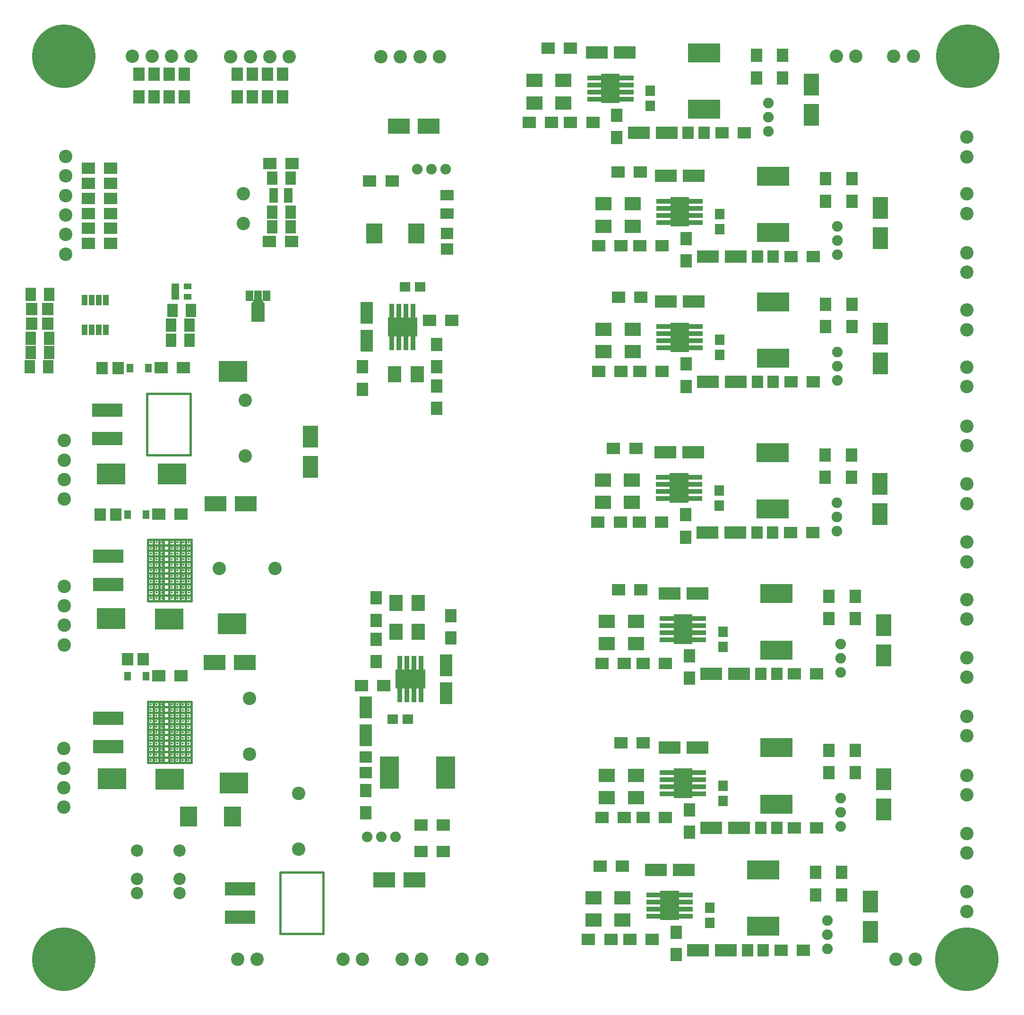
<source format=gbr>
G04 #@! TF.FileFunction,Soldermask,Top*
%FSLAX46Y46*%
G04 Gerber Fmt 4.6, Leading zero omitted, Abs format (unit mm)*
G04 Created by KiCad (PCBNEW 4.0.4-stable) date Friday, December 09, 2016 'PMt' 01:21:17 PM*
%MOMM*%
%LPD*%
G01*
G04 APERTURE LIST*
%ADD10C,0.100000*%
%ADD11C,0.450000*%
%ADD12C,0.215000*%
%ADD13C,2.400000*%
%ADD14R,1.000000X1.950000*%
%ADD15R,1.460000X1.050000*%
%ADD16R,5.100000X3.830000*%
%ADD17R,3.900120X2.701240*%
%ADD18R,1.997660X2.200860*%
%ADD19R,2.400000X2.100000*%
%ADD20R,2.701240X3.900120*%
%ADD21R,2.400000X2.000000*%
%ADD22R,2.200860X1.997660*%
%ADD23R,1.900000X1.700000*%
%ADD24R,2.200860X3.900120*%
%ADD25R,2.100000X2.400000*%
%ADD26R,2.400000X2.900000*%
%ADD27C,1.900000*%
%ADD28R,3.500000X5.800000*%
%ADD29R,2.900000X2.400000*%
%ADD30R,3.900120X2.200860*%
%ADD31R,1.700000X1.900000*%
%ADD32R,5.800000X3.500000*%
%ADD33R,2.000000X2.400000*%
%ADD34R,1.924000X2.432000*%
%ADD35R,1.400760X1.901140*%
%ADD36R,2.398980X3.399740*%
%ADD37R,1.620000X0.800000*%
%ADD38C,2.200000*%
%ADD39R,2.900000X3.600000*%
%ADD40C,11.400000*%
%ADD41C,1.100000*%
%ADD42R,5.400000X2.432000*%
%ADD43R,1.310000X1.620000*%
%ADD44R,2.432000X1.924000*%
%ADD45R,2.550000X0.850000*%
%ADD46R,1.875000X2.030000*%
%ADD47R,0.850000X2.550000*%
%ADD48R,2.030000X1.875000*%
%ADD49R,3.100000X3.600000*%
G04 APERTURE END LIST*
D10*
D11*
X30840000Y-123660000D02*
X30840000Y-134660000D01*
X30840000Y-134660000D02*
X23060000Y-134660000D01*
X23060000Y-134660000D02*
X23060000Y-123660000D01*
X23060000Y-123660000D02*
X30840000Y-123660000D01*
D12*
X27440000Y-133160000D02*
G75*
G03X27440000Y-133160000I-100000J0D01*
G01*
X27440000Y-132160000D02*
G75*
G03X27440000Y-132160000I-100000J0D01*
G01*
X27440000Y-134160000D02*
G75*
G03X27440000Y-134160000I-100000J0D01*
G01*
X27440000Y-127160000D02*
G75*
G03X27440000Y-127160000I-100000J0D01*
G01*
X27440000Y-126160000D02*
G75*
G03X27440000Y-126160000I-100000J0D01*
G01*
X27440000Y-124160000D02*
G75*
G03X27440000Y-124160000I-100000J0D01*
G01*
X27440000Y-125160000D02*
G75*
G03X27440000Y-125160000I-100000J0D01*
G01*
X27440000Y-129160000D02*
G75*
G03X27440000Y-129160000I-100000J0D01*
G01*
X27440000Y-128160000D02*
G75*
G03X27440000Y-128160000I-100000J0D01*
G01*
X27440000Y-130160000D02*
G75*
G03X27440000Y-130160000I-100000J0D01*
G01*
X30440000Y-131160000D02*
G75*
G03X30440000Y-131160000I-100000J0D01*
G01*
X30440000Y-130160000D02*
G75*
G03X30440000Y-130160000I-100000J0D01*
G01*
X30440000Y-132160000D02*
G75*
G03X30440000Y-132160000I-100000J0D01*
G01*
X30440000Y-133160000D02*
G75*
G03X30440000Y-133160000I-100000J0D01*
G01*
X29440000Y-130160000D02*
G75*
G03X29440000Y-130160000I-100000J0D01*
G01*
X29440000Y-129160000D02*
G75*
G03X29440000Y-129160000I-100000J0D01*
G01*
X29440000Y-127160000D02*
G75*
G03X29440000Y-127160000I-100000J0D01*
G01*
X29440000Y-128160000D02*
G75*
G03X29440000Y-128160000I-100000J0D01*
G01*
X28440000Y-133160000D02*
G75*
G03X28440000Y-133160000I-100000J0D01*
G01*
X28440000Y-132160000D02*
G75*
G03X28440000Y-132160000I-100000J0D01*
G01*
X28440000Y-134160000D02*
G75*
G03X28440000Y-134160000I-100000J0D01*
G01*
X27440000Y-131160000D02*
G75*
G03X27440000Y-131160000I-100000J0D01*
G01*
X28440000Y-127160000D02*
G75*
G03X28440000Y-127160000I-100000J0D01*
G01*
X28440000Y-126160000D02*
G75*
G03X28440000Y-126160000I-100000J0D01*
G01*
X28440000Y-124160000D02*
G75*
G03X28440000Y-124160000I-100000J0D01*
G01*
X28440000Y-125160000D02*
G75*
G03X28440000Y-125160000I-100000J0D01*
G01*
X29440000Y-132160000D02*
G75*
G03X29440000Y-132160000I-100000J0D01*
G01*
X29440000Y-131160000D02*
G75*
G03X29440000Y-131160000I-100000J0D01*
G01*
X29440000Y-133160000D02*
G75*
G03X29440000Y-133160000I-100000J0D01*
G01*
X29440000Y-134160000D02*
G75*
G03X29440000Y-134160000I-100000J0D01*
G01*
X28440000Y-131160000D02*
G75*
G03X28440000Y-131160000I-100000J0D01*
G01*
X28440000Y-130160000D02*
G75*
G03X28440000Y-130160000I-100000J0D01*
G01*
X28440000Y-128160000D02*
G75*
G03X28440000Y-128160000I-100000J0D01*
G01*
X28440000Y-129160000D02*
G75*
G03X28440000Y-129160000I-100000J0D01*
G01*
X29440000Y-124160000D02*
G75*
G03X29440000Y-124160000I-100000J0D01*
G01*
X30440000Y-134160000D02*
G75*
G03X30440000Y-134160000I-100000J0D01*
G01*
X29440000Y-125160000D02*
G75*
G03X29440000Y-125160000I-100000J0D01*
G01*
X29440000Y-126160000D02*
G75*
G03X29440000Y-126160000I-100000J0D01*
G01*
X30440000Y-129160000D02*
G75*
G03X30440000Y-129160000I-100000J0D01*
G01*
X30440000Y-128160000D02*
G75*
G03X30440000Y-128160000I-100000J0D01*
G01*
X30440000Y-126160000D02*
G75*
G03X30440000Y-126160000I-100000J0D01*
G01*
X30440000Y-127160000D02*
G75*
G03X30440000Y-127160000I-100000J0D01*
G01*
X30440000Y-125160000D02*
G75*
G03X30440000Y-125160000I-100000J0D01*
G01*
X30440000Y-124160000D02*
G75*
G03X30440000Y-124160000I-100000J0D01*
G01*
D11*
X27840000Y-123910000D02*
X27840000Y-134410000D01*
X28840000Y-123910000D02*
X28840000Y-134410000D01*
X29840000Y-123910000D02*
X29840000Y-134410000D01*
X30640000Y-133660000D02*
X23060000Y-133660000D01*
X30640000Y-132660000D02*
X23060000Y-132660000D01*
X30640000Y-131660000D02*
X23060000Y-131660000D01*
X30640000Y-130660000D02*
X23060000Y-130660000D01*
X30640000Y-129660000D02*
X23060000Y-129660000D01*
X30640000Y-128660000D02*
X23060000Y-128660000D01*
X30640000Y-127660000D02*
X23060000Y-127660000D01*
X30640000Y-126660000D02*
X23060000Y-126660000D01*
X30640000Y-125660000D02*
X23060000Y-125660000D01*
X30640000Y-124660000D02*
X23060000Y-124660000D01*
D12*
X24670000Y-125160000D02*
G75*
G03X24670000Y-125160000I-100000J0D01*
G01*
X24670000Y-124160000D02*
G75*
G03X24670000Y-124160000I-100000J0D01*
G01*
X23670000Y-124160000D02*
G75*
G03X23670000Y-124160000I-100000J0D01*
G01*
X23670000Y-125160000D02*
G75*
G03X23670000Y-125160000I-100000J0D01*
G01*
X24670000Y-126160000D02*
G75*
G03X24670000Y-126160000I-100000J0D01*
G01*
X23670000Y-127160000D02*
G75*
G03X23670000Y-127160000I-100000J0D01*
G01*
X23670000Y-126160000D02*
G75*
G03X23670000Y-126160000I-100000J0D01*
G01*
X25670000Y-127160000D02*
G75*
G03X25670000Y-127160000I-100000J0D01*
G01*
X24670000Y-127160000D02*
G75*
G03X24670000Y-127160000I-100000J0D01*
G01*
X25670000Y-126160000D02*
G75*
G03X25670000Y-126160000I-100000J0D01*
G01*
D11*
X25070000Y-123910000D02*
X25070000Y-134410000D01*
X25850000Y-123910000D02*
X25850000Y-134410000D01*
D12*
X25670000Y-124160000D02*
G75*
G03X25670000Y-124160000I-100000J0D01*
G01*
X25670000Y-125160000D02*
G75*
G03X25670000Y-125160000I-100000J0D01*
G01*
D11*
X24070000Y-123910000D02*
X24070000Y-134410000D01*
D12*
X23670000Y-130160000D02*
G75*
G03X23670000Y-130160000I-100000J0D01*
G01*
X23670000Y-129160000D02*
G75*
G03X23670000Y-129160000I-100000J0D01*
G01*
X23670000Y-128160000D02*
G75*
G03X23670000Y-128160000I-100000J0D01*
G01*
X24670000Y-131160000D02*
G75*
G03X24670000Y-131160000I-100000J0D01*
G01*
X24670000Y-130160000D02*
G75*
G03X24670000Y-130160000I-100000J0D01*
G01*
X24670000Y-128160000D02*
G75*
G03X24670000Y-128160000I-100000J0D01*
G01*
X23670000Y-131160000D02*
G75*
G03X23670000Y-131160000I-100000J0D01*
G01*
X24670000Y-129160000D02*
G75*
G03X24670000Y-129160000I-100000J0D01*
G01*
X24670000Y-132160000D02*
G75*
G03X24670000Y-132160000I-100000J0D01*
G01*
X25670000Y-132160000D02*
G75*
G03X25670000Y-132160000I-100000J0D01*
G01*
X25670000Y-131160000D02*
G75*
G03X25670000Y-131160000I-100000J0D01*
G01*
X25670000Y-130160000D02*
G75*
G03X25670000Y-130160000I-100000J0D01*
G01*
X25670000Y-129160000D02*
G75*
G03X25670000Y-129160000I-100000J0D01*
G01*
X25670000Y-128160000D02*
G75*
G03X25670000Y-128160000I-100000J0D01*
G01*
X23670000Y-134160000D02*
G75*
G03X23670000Y-134160000I-100000J0D01*
G01*
X23670000Y-133160000D02*
G75*
G03X23670000Y-133160000I-100000J0D01*
G01*
X23670000Y-132160000D02*
G75*
G03X23670000Y-132160000I-100000J0D01*
G01*
X24670000Y-133160000D02*
G75*
G03X24670000Y-133160000I-100000J0D01*
G01*
X24670000Y-134160000D02*
G75*
G03X24670000Y-134160000I-100000J0D01*
G01*
X25670000Y-133160000D02*
G75*
G03X25670000Y-133160000I-100000J0D01*
G01*
X25670000Y-134160000D02*
G75*
G03X25670000Y-134160000I-100000J0D01*
G01*
D11*
X26860000Y-123920000D02*
X26860000Y-134420000D01*
X30880000Y-94630000D02*
X30880000Y-105630000D01*
X30880000Y-105630000D02*
X23100000Y-105630000D01*
X23100000Y-105630000D02*
X23100000Y-94630000D01*
X23100000Y-94630000D02*
X30880000Y-94630000D01*
D12*
X27480000Y-104130000D02*
G75*
G03X27480000Y-104130000I-100000J0D01*
G01*
X27480000Y-103130000D02*
G75*
G03X27480000Y-103130000I-100000J0D01*
G01*
X27480000Y-105130000D02*
G75*
G03X27480000Y-105130000I-100000J0D01*
G01*
X27480000Y-98130000D02*
G75*
G03X27480000Y-98130000I-100000J0D01*
G01*
X27480000Y-97130000D02*
G75*
G03X27480000Y-97130000I-100000J0D01*
G01*
X27480000Y-95130000D02*
G75*
G03X27480000Y-95130000I-100000J0D01*
G01*
X27480000Y-96130000D02*
G75*
G03X27480000Y-96130000I-100000J0D01*
G01*
X27480000Y-100130000D02*
G75*
G03X27480000Y-100130000I-100000J0D01*
G01*
X27480000Y-99130000D02*
G75*
G03X27480000Y-99130000I-100000J0D01*
G01*
X27480000Y-101130000D02*
G75*
G03X27480000Y-101130000I-100000J0D01*
G01*
X30480000Y-102130000D02*
G75*
G03X30480000Y-102130000I-100000J0D01*
G01*
X30480000Y-101130000D02*
G75*
G03X30480000Y-101130000I-100000J0D01*
G01*
X30480000Y-103130000D02*
G75*
G03X30480000Y-103130000I-100000J0D01*
G01*
X30480000Y-104130000D02*
G75*
G03X30480000Y-104130000I-100000J0D01*
G01*
X29480000Y-101130000D02*
G75*
G03X29480000Y-101130000I-100000J0D01*
G01*
X29480000Y-100130000D02*
G75*
G03X29480000Y-100130000I-100000J0D01*
G01*
X29480000Y-98130000D02*
G75*
G03X29480000Y-98130000I-100000J0D01*
G01*
X29480000Y-99130000D02*
G75*
G03X29480000Y-99130000I-100000J0D01*
G01*
X28480000Y-104130000D02*
G75*
G03X28480000Y-104130000I-100000J0D01*
G01*
X28480000Y-103130000D02*
G75*
G03X28480000Y-103130000I-100000J0D01*
G01*
X28480000Y-105130000D02*
G75*
G03X28480000Y-105130000I-100000J0D01*
G01*
X27480000Y-102130000D02*
G75*
G03X27480000Y-102130000I-100000J0D01*
G01*
X28480000Y-98130000D02*
G75*
G03X28480000Y-98130000I-100000J0D01*
G01*
X28480000Y-97130000D02*
G75*
G03X28480000Y-97130000I-100000J0D01*
G01*
X28480000Y-95130000D02*
G75*
G03X28480000Y-95130000I-100000J0D01*
G01*
X28480000Y-96130000D02*
G75*
G03X28480000Y-96130000I-100000J0D01*
G01*
X29480000Y-103130000D02*
G75*
G03X29480000Y-103130000I-100000J0D01*
G01*
X29480000Y-102130000D02*
G75*
G03X29480000Y-102130000I-100000J0D01*
G01*
X29480000Y-104130000D02*
G75*
G03X29480000Y-104130000I-100000J0D01*
G01*
X29480000Y-105130000D02*
G75*
G03X29480000Y-105130000I-100000J0D01*
G01*
X28480000Y-102130000D02*
G75*
G03X28480000Y-102130000I-100000J0D01*
G01*
X28480000Y-101130000D02*
G75*
G03X28480000Y-101130000I-100000J0D01*
G01*
X28480000Y-99130000D02*
G75*
G03X28480000Y-99130000I-100000J0D01*
G01*
X28480000Y-100130000D02*
G75*
G03X28480000Y-100130000I-100000J0D01*
G01*
X29480000Y-95130000D02*
G75*
G03X29480000Y-95130000I-100000J0D01*
G01*
X30480000Y-105130000D02*
G75*
G03X30480000Y-105130000I-100000J0D01*
G01*
X29480000Y-96130000D02*
G75*
G03X29480000Y-96130000I-100000J0D01*
G01*
X29480000Y-97130000D02*
G75*
G03X29480000Y-97130000I-100000J0D01*
G01*
X30480000Y-100130000D02*
G75*
G03X30480000Y-100130000I-100000J0D01*
G01*
X30480000Y-99130000D02*
G75*
G03X30480000Y-99130000I-100000J0D01*
G01*
X30480000Y-97130000D02*
G75*
G03X30480000Y-97130000I-100000J0D01*
G01*
X30480000Y-98130000D02*
G75*
G03X30480000Y-98130000I-100000J0D01*
G01*
X30480000Y-96130000D02*
G75*
G03X30480000Y-96130000I-100000J0D01*
G01*
X30480000Y-95130000D02*
G75*
G03X30480000Y-95130000I-100000J0D01*
G01*
D11*
X27880000Y-94880000D02*
X27880000Y-105380000D01*
X28880000Y-94880000D02*
X28880000Y-105380000D01*
X29880000Y-94880000D02*
X29880000Y-105380000D01*
X30680000Y-104630000D02*
X23100000Y-104630000D01*
X30680000Y-103630000D02*
X23100000Y-103630000D01*
X30680000Y-102630000D02*
X23100000Y-102630000D01*
X30680000Y-101630000D02*
X23100000Y-101630000D01*
X30680000Y-100630000D02*
X23100000Y-100630000D01*
X30680000Y-99630000D02*
X23100000Y-99630000D01*
X30680000Y-98630000D02*
X23100000Y-98630000D01*
X30680000Y-97630000D02*
X23100000Y-97630000D01*
X30680000Y-96630000D02*
X23100000Y-96630000D01*
X30680000Y-95630000D02*
X23100000Y-95630000D01*
D12*
X24710000Y-96130000D02*
G75*
G03X24710000Y-96130000I-100000J0D01*
G01*
X24710000Y-95130000D02*
G75*
G03X24710000Y-95130000I-100000J0D01*
G01*
X23710000Y-95130000D02*
G75*
G03X23710000Y-95130000I-100000J0D01*
G01*
X23710000Y-96130000D02*
G75*
G03X23710000Y-96130000I-100000J0D01*
G01*
X24710000Y-97130000D02*
G75*
G03X24710000Y-97130000I-100000J0D01*
G01*
X23710000Y-98130000D02*
G75*
G03X23710000Y-98130000I-100000J0D01*
G01*
X23710000Y-97130000D02*
G75*
G03X23710000Y-97130000I-100000J0D01*
G01*
X25710000Y-98130000D02*
G75*
G03X25710000Y-98130000I-100000J0D01*
G01*
X24710000Y-98130000D02*
G75*
G03X24710000Y-98130000I-100000J0D01*
G01*
X25710000Y-97130000D02*
G75*
G03X25710000Y-97130000I-100000J0D01*
G01*
D11*
X25110000Y-94880000D02*
X25110000Y-105380000D01*
X25890000Y-94880000D02*
X25890000Y-105380000D01*
D12*
X25710000Y-95130000D02*
G75*
G03X25710000Y-95130000I-100000J0D01*
G01*
X25710000Y-96130000D02*
G75*
G03X25710000Y-96130000I-100000J0D01*
G01*
D11*
X24110000Y-94880000D02*
X24110000Y-105380000D01*
D12*
X23710000Y-101130000D02*
G75*
G03X23710000Y-101130000I-100000J0D01*
G01*
X23710000Y-100130000D02*
G75*
G03X23710000Y-100130000I-100000J0D01*
G01*
X23710000Y-99130000D02*
G75*
G03X23710000Y-99130000I-100000J0D01*
G01*
X24710000Y-102130000D02*
G75*
G03X24710000Y-102130000I-100000J0D01*
G01*
X24710000Y-101130000D02*
G75*
G03X24710000Y-101130000I-100000J0D01*
G01*
X24710000Y-99130000D02*
G75*
G03X24710000Y-99130000I-100000J0D01*
G01*
X23710000Y-102130000D02*
G75*
G03X23710000Y-102130000I-100000J0D01*
G01*
X24710000Y-100130000D02*
G75*
G03X24710000Y-100130000I-100000J0D01*
G01*
X24710000Y-103130000D02*
G75*
G03X24710000Y-103130000I-100000J0D01*
G01*
X25710000Y-103130000D02*
G75*
G03X25710000Y-103130000I-100000J0D01*
G01*
X25710000Y-102130000D02*
G75*
G03X25710000Y-102130000I-100000J0D01*
G01*
X25710000Y-101130000D02*
G75*
G03X25710000Y-101130000I-100000J0D01*
G01*
X25710000Y-100130000D02*
G75*
G03X25710000Y-100130000I-100000J0D01*
G01*
X25710000Y-99130000D02*
G75*
G03X25710000Y-99130000I-100000J0D01*
G01*
X23710000Y-105130000D02*
G75*
G03X23710000Y-105130000I-100000J0D01*
G01*
X23710000Y-104130000D02*
G75*
G03X23710000Y-104130000I-100000J0D01*
G01*
X23710000Y-103130000D02*
G75*
G03X23710000Y-103130000I-100000J0D01*
G01*
X24710000Y-104130000D02*
G75*
G03X24710000Y-104130000I-100000J0D01*
G01*
X24710000Y-105130000D02*
G75*
G03X24710000Y-105130000I-100000J0D01*
G01*
X25710000Y-104130000D02*
G75*
G03X25710000Y-104130000I-100000J0D01*
G01*
X25710000Y-105130000D02*
G75*
G03X25710000Y-105130000I-100000J0D01*
G01*
D11*
X26900000Y-94890000D02*
X26900000Y-105390000D01*
X30720000Y-68470000D02*
X30720000Y-79470000D01*
X30720000Y-79470000D02*
X22940000Y-79470000D01*
X22940000Y-79470000D02*
X22940000Y-68470000D01*
X22940000Y-68470000D02*
X30720000Y-68470000D01*
X54514000Y-154250000D02*
X54514000Y-165250000D01*
X54514000Y-165250000D02*
X46734000Y-165250000D01*
X46734000Y-165250000D02*
X46734000Y-154250000D01*
X46734000Y-154250000D02*
X54514000Y-154250000D01*
D13*
X8300000Y-26000000D03*
X8300000Y-29500000D03*
X8300000Y-33000000D03*
X8300000Y-36500000D03*
X8300000Y-40000000D03*
X8300000Y-43500000D03*
D14*
X15505000Y-51700000D03*
X14235000Y-51700000D03*
X12965000Y-51700000D03*
X11695000Y-51700000D03*
X11695000Y-57100000D03*
X12965000Y-57100000D03*
X14235000Y-57100000D03*
X15505000Y-57100000D03*
D15*
X28000000Y-49250000D03*
X28000000Y-50200000D03*
X28000000Y-51150000D03*
X30200000Y-51150000D03*
X30200000Y-49250000D03*
D16*
X16600000Y-137500000D03*
X27000000Y-137600000D03*
D13*
X41300000Y-133100000D03*
X41300000Y-123100000D03*
D16*
X38500000Y-138300000D03*
D17*
X40400040Y-116700000D03*
X35000000Y-116700000D03*
D18*
X19420140Y-116100000D03*
X22259860Y-116100000D03*
D19*
X29000000Y-119000000D03*
X25000000Y-119000000D03*
D18*
X17719860Y-63900000D03*
X14880140Y-63900000D03*
D19*
X29400000Y-63800000D03*
X25400000Y-63800000D03*
D16*
X38100000Y-109700000D03*
D19*
X29000000Y-90100000D03*
X25000000Y-90100000D03*
D13*
X35850000Y-99850000D03*
X45850000Y-99850000D03*
D17*
X40600040Y-88200000D03*
X35200000Y-88200000D03*
D16*
X26900000Y-108900000D03*
X16500000Y-108800000D03*
D18*
X17319860Y-90200000D03*
X14480140Y-90200000D03*
D20*
X52200000Y-81600040D03*
X52200000Y-76200000D03*
D13*
X40500000Y-69700000D03*
X40500000Y-79700000D03*
D16*
X38300000Y-64500000D03*
X27400000Y-82900000D03*
X16500000Y-82900000D03*
D21*
X66800000Y-30400000D03*
X62800000Y-30400000D03*
D22*
X76700000Y-39780140D03*
X76700000Y-42619860D03*
D23*
X71850000Y-49400000D03*
X69150000Y-49400000D03*
D19*
X73500000Y-55400000D03*
X77500000Y-55400000D03*
D24*
X62300000Y-54000640D03*
X62300000Y-58999360D03*
D25*
X74800000Y-59700000D03*
X74800000Y-63700000D03*
D26*
X67300000Y-65000000D03*
X71300000Y-65000000D03*
D25*
X61500000Y-67700000D03*
X61500000Y-63700000D03*
X74800000Y-67100000D03*
X74800000Y-71100000D03*
D27*
X76440000Y-28300000D03*
X73900000Y-28300000D03*
X71360000Y-28300000D03*
D17*
X67999980Y-20600000D03*
X73400020Y-20600000D03*
X70800020Y-155600000D03*
X65399980Y-155600000D03*
D21*
X72000000Y-150500000D03*
X76000000Y-150500000D03*
D25*
X77300000Y-108300000D03*
X77300000Y-112300000D03*
D26*
X71500000Y-106000000D03*
X67500000Y-106000000D03*
X71500000Y-111200000D03*
X67500000Y-111200000D03*
D25*
X64000000Y-116500000D03*
X64000000Y-112500000D03*
X64000000Y-109100000D03*
X64000000Y-105100000D03*
D24*
X76500000Y-122199360D03*
X76500000Y-117200640D03*
D19*
X65300000Y-120800000D03*
X61300000Y-120800000D03*
D23*
X66950000Y-126800000D03*
X69650000Y-126800000D03*
D24*
X62100000Y-129699360D03*
X62100000Y-124700640D03*
D21*
X72000000Y-145800000D03*
X76000000Y-145800000D03*
D28*
X76450000Y-136400000D03*
X66350000Y-136400000D03*
D27*
X62360000Y-147900000D03*
X64900000Y-147900000D03*
X67440000Y-147900000D03*
D22*
X62100000Y-136419860D03*
X62100000Y-133580140D03*
D25*
X62100000Y-143600000D03*
X62100000Y-139600000D03*
D19*
X113400000Y-166300000D03*
X109400000Y-166300000D03*
D29*
X108100000Y-158800000D03*
X108100000Y-162800000D03*
X102900000Y-158800000D03*
X102900000Y-162800000D03*
D19*
X106000000Y-166300000D03*
X102000000Y-166300000D03*
D30*
X126599360Y-168200000D03*
X121600640Y-168200000D03*
D25*
X117700000Y-165000000D03*
X117700000Y-169000000D03*
D31*
X123700000Y-163350000D03*
X123700000Y-160650000D03*
D30*
X119099360Y-153800000D03*
X114100640Y-153800000D03*
D19*
X104100000Y-153200000D03*
X108100000Y-153200000D03*
X140500000Y-168200000D03*
X136500000Y-168200000D03*
D20*
X152500000Y-159499980D03*
X152500000Y-164900020D03*
D32*
X133300000Y-153850000D03*
X133300000Y-163950000D03*
D27*
X144800000Y-167940000D03*
X144800000Y-165400000D03*
X144800000Y-162860000D03*
D18*
X133319860Y-168200000D03*
X130480140Y-168200000D03*
D33*
X142700000Y-158300000D03*
X142700000Y-154300000D03*
X147400000Y-158300000D03*
X147400000Y-154300000D03*
D29*
X105300000Y-136900000D03*
X105300000Y-140900000D03*
D19*
X115800000Y-144400000D03*
X111800000Y-144400000D03*
D30*
X121499360Y-131900000D03*
X116500640Y-131900000D03*
D25*
X120100000Y-143100000D03*
X120100000Y-147100000D03*
D19*
X108400000Y-144400000D03*
X104400000Y-144400000D03*
D29*
X110500000Y-136900000D03*
X110500000Y-140900000D03*
D19*
X107800000Y-131100000D03*
X111800000Y-131100000D03*
D30*
X128999360Y-146300000D03*
X124000640Y-146300000D03*
D31*
X126100000Y-141450000D03*
X126100000Y-138750000D03*
D18*
X135719860Y-146300000D03*
X132880140Y-146300000D03*
D19*
X142900000Y-146300000D03*
X138900000Y-146300000D03*
D32*
X135700000Y-131950000D03*
X135700000Y-142050000D03*
D20*
X154900000Y-137599980D03*
X154900000Y-143000020D03*
D33*
X145100000Y-136400000D03*
X145100000Y-132400000D03*
D27*
X147200000Y-146040000D03*
X147200000Y-143500000D03*
X147200000Y-140960000D03*
D33*
X149800000Y-136400000D03*
X149800000Y-132400000D03*
X149800000Y-108800000D03*
X149800000Y-104800000D03*
D27*
X147200000Y-118440000D03*
X147200000Y-115900000D03*
X147200000Y-113360000D03*
D33*
X145100000Y-108800000D03*
X145100000Y-104800000D03*
D20*
X154900000Y-109999980D03*
X154900000Y-115400020D03*
D19*
X142900000Y-118700000D03*
X138900000Y-118700000D03*
D18*
X135719860Y-118700000D03*
X132880140Y-118700000D03*
D31*
X126100000Y-113850000D03*
X126100000Y-111150000D03*
D32*
X135700000Y-104350000D03*
X135700000Y-114450000D03*
D30*
X128999360Y-118700000D03*
X124000640Y-118700000D03*
D29*
X110500000Y-109300000D03*
X110500000Y-113300000D03*
D19*
X108400000Y-116800000D03*
X104400000Y-116800000D03*
D25*
X120100000Y-115500000D03*
X120100000Y-119500000D03*
D30*
X121499360Y-104300000D03*
X116500640Y-104300000D03*
D19*
X115800000Y-116800000D03*
X111800000Y-116800000D03*
X107400000Y-103600000D03*
X111400000Y-103600000D03*
D29*
X105300000Y-109300000D03*
X105300000Y-113300000D03*
D33*
X149100000Y-83500000D03*
X149100000Y-79500000D03*
D27*
X146500000Y-93140000D03*
X146500000Y-90600000D03*
X146500000Y-88060000D03*
D33*
X144400000Y-83500000D03*
X144400000Y-79500000D03*
D19*
X142200000Y-93400000D03*
X138200000Y-93400000D03*
D30*
X128299360Y-93400000D03*
X123300640Y-93400000D03*
D31*
X125400000Y-88550000D03*
X125400000Y-85850000D03*
D18*
X135019860Y-93400000D03*
X132180140Y-93400000D03*
D32*
X135000000Y-79050000D03*
X135000000Y-89150000D03*
D29*
X109800000Y-84000000D03*
X109800000Y-88000000D03*
D25*
X119400000Y-90200000D03*
X119400000Y-94200000D03*
D30*
X120799360Y-79000000D03*
X115800640Y-79000000D03*
D19*
X106500000Y-78300000D03*
X110500000Y-78300000D03*
X115100000Y-91500000D03*
X111100000Y-91500000D03*
D20*
X154200000Y-84699980D03*
X154200000Y-90100020D03*
D19*
X107700000Y-91500000D03*
X103700000Y-91500000D03*
D29*
X104600000Y-84000000D03*
X104600000Y-88000000D03*
D27*
X146600000Y-66140000D03*
X146600000Y-63600000D03*
X146600000Y-61060000D03*
D19*
X142300000Y-66400000D03*
X138300000Y-66400000D03*
D33*
X149200000Y-56500000D03*
X149200000Y-52500000D03*
D20*
X154300000Y-57699980D03*
X154300000Y-63100020D03*
D33*
X144500000Y-56500000D03*
X144500000Y-52500000D03*
D31*
X125500000Y-61550000D03*
X125500000Y-58850000D03*
D32*
X135100000Y-52050000D03*
X135100000Y-62150000D03*
D30*
X128399360Y-66400000D03*
X123400640Y-66400000D03*
X120899360Y-52000000D03*
X115900640Y-52000000D03*
D25*
X119500000Y-63200000D03*
X119500000Y-67200000D03*
D18*
X135119860Y-66400000D03*
X132280140Y-66400000D03*
D19*
X107400000Y-51200000D03*
X111400000Y-51200000D03*
X115200000Y-64500000D03*
X111200000Y-64500000D03*
D29*
X104700000Y-57000000D03*
X104700000Y-61000000D03*
D19*
X107800000Y-64500000D03*
X103800000Y-64500000D03*
D29*
X109900000Y-57000000D03*
X109900000Y-61000000D03*
D19*
X107800000Y-42000000D03*
X103800000Y-42000000D03*
D29*
X104700000Y-34500000D03*
X104700000Y-38500000D03*
D19*
X115200000Y-42000000D03*
X111200000Y-42000000D03*
D29*
X109900000Y-34500000D03*
X109900000Y-38500000D03*
D19*
X107300000Y-28800000D03*
X111300000Y-28800000D03*
D27*
X146600000Y-43640000D03*
X146600000Y-41100000D03*
X146600000Y-38560000D03*
D20*
X154300000Y-35199980D03*
X154300000Y-40600020D03*
D33*
X149200000Y-34000000D03*
X149200000Y-30000000D03*
X144500000Y-34000000D03*
X144500000Y-30000000D03*
D19*
X142300000Y-43900000D03*
X138300000Y-43900000D03*
D32*
X135100000Y-29550000D03*
X135100000Y-39650000D03*
D18*
X135119860Y-43900000D03*
X132280140Y-43900000D03*
D25*
X119500000Y-40700000D03*
X119500000Y-44700000D03*
D30*
X120899360Y-29500000D03*
X115900640Y-29500000D03*
X128399360Y-43900000D03*
X123400640Y-43900000D03*
D31*
X125500000Y-39050000D03*
X125500000Y-36350000D03*
D25*
X107100000Y-18600000D03*
X107100000Y-22600000D03*
D30*
X115999360Y-21800000D03*
X111000640Y-21800000D03*
X108499360Y-7400000D03*
X103500640Y-7400000D03*
D32*
X122700000Y-7450000D03*
X122700000Y-17550000D03*
D18*
X122719860Y-21800000D03*
X119880140Y-21800000D03*
D31*
X113100000Y-16950000D03*
X113100000Y-14250000D03*
D19*
X129900000Y-21800000D03*
X125900000Y-21800000D03*
D33*
X132100000Y-11900000D03*
X132100000Y-7900000D03*
D27*
X134200000Y-21540000D03*
X134200000Y-19000000D03*
X134200000Y-16460000D03*
D20*
X141900000Y-13099980D03*
X141900000Y-18500020D03*
D33*
X136800000Y-11900000D03*
X136800000Y-7900000D03*
D19*
X94800000Y-6600000D03*
X98800000Y-6600000D03*
X102800000Y-19900000D03*
X98800000Y-19900000D03*
D29*
X97500000Y-12400000D03*
X97500000Y-16400000D03*
X92300000Y-12400000D03*
X92300000Y-16400000D03*
D19*
X95400000Y-19900000D03*
X91400000Y-19900000D03*
D34*
X45349000Y-29900000D03*
X48651000Y-29900000D03*
D18*
X5119860Y-56000000D03*
X2280140Y-56000000D03*
X5100000Y-53300000D03*
X2260280Y-53300000D03*
D25*
X47200000Y-15300000D03*
X47200000Y-11300000D03*
X44500000Y-15300000D03*
X44500000Y-11300000D03*
X41800000Y-15300000D03*
X41800000Y-11300000D03*
X39100000Y-15300000D03*
X39100000Y-11300000D03*
D19*
X16400000Y-28100000D03*
X12400000Y-28100000D03*
X16400000Y-33500000D03*
X12400000Y-33500000D03*
X16400000Y-36200000D03*
X12400000Y-36200000D03*
X16400000Y-38900000D03*
X12400000Y-38900000D03*
X16400000Y-41600000D03*
X12400000Y-41600000D03*
D25*
X29600000Y-15300000D03*
X29600000Y-11300000D03*
X26900000Y-15300000D03*
X26900000Y-11300000D03*
X24200000Y-15300000D03*
X24200000Y-11300000D03*
X21500000Y-15300000D03*
X21500000Y-11300000D03*
D34*
X30551000Y-56200000D03*
X27249000Y-56200000D03*
X27449000Y-53600000D03*
X30751000Y-53600000D03*
X45298000Y-38600000D03*
X48600000Y-38600000D03*
X30551000Y-58900000D03*
X27249000Y-58900000D03*
X2100000Y-58600000D03*
X5402000Y-58600000D03*
D35*
X44301140Y-50948340D03*
X42800000Y-50948340D03*
X41298860Y-50948340D03*
D36*
X42800000Y-53899820D03*
D10*
G36*
X41599240Y-52625350D02*
X42099620Y-51476050D01*
X43500380Y-51476050D01*
X44000760Y-52625350D01*
X41599240Y-52625350D01*
X41599240Y-52625350D01*
G37*
D13*
X39150000Y-169800000D03*
X42650000Y-169800000D03*
X149900000Y-8000000D03*
X146400000Y-8000000D03*
X160200000Y-8000000D03*
X156700000Y-8000000D03*
X169800000Y-26050000D03*
X169800000Y-22550000D03*
X169800000Y-36200000D03*
X169800000Y-32700000D03*
X169800000Y-46750000D03*
X169800000Y-43250000D03*
X169800000Y-57050000D03*
X169800000Y-53550000D03*
X169800000Y-67250000D03*
X169800000Y-63750000D03*
X169800000Y-77800000D03*
X169800000Y-74300000D03*
X169800000Y-88200000D03*
X169800000Y-84700000D03*
X169800000Y-98600000D03*
X169800000Y-95100000D03*
X169800000Y-108900000D03*
X169800000Y-105400000D03*
X169800000Y-119300000D03*
X169800000Y-115800000D03*
X169800000Y-129800000D03*
X169800000Y-126300000D03*
X169800000Y-140400000D03*
X169800000Y-136900000D03*
X169800000Y-150800000D03*
X169800000Y-147300000D03*
X169800000Y-161250000D03*
X169800000Y-157750000D03*
X157100000Y-169800000D03*
X160600000Y-169800000D03*
X58000000Y-169800000D03*
X61500000Y-169800000D03*
X68600000Y-169800000D03*
X72100000Y-169800000D03*
X79400000Y-169800000D03*
X82900000Y-169800000D03*
D21*
X44800000Y-41200000D03*
X48800000Y-41200000D03*
X48900000Y-27300000D03*
X44900000Y-27300000D03*
D34*
X45298000Y-36000000D03*
X48600000Y-36000000D03*
D37*
X45590000Y-33325000D03*
X45590000Y-32675000D03*
X45590000Y-32025000D03*
X45590000Y-33975000D03*
X48210000Y-32025000D03*
X48210000Y-32675000D03*
X48210000Y-33325000D03*
X48210000Y-33975000D03*
D38*
X21100000Y-150380000D03*
X21100000Y-155460000D03*
X21100000Y-158000000D03*
X28720000Y-150380000D03*
X28720000Y-155460000D03*
X28720000Y-158000000D03*
D34*
X2100000Y-61100000D03*
X5402000Y-61100000D03*
X5202000Y-63700000D03*
X1900000Y-63700000D03*
X2098000Y-50700000D03*
X5400000Y-50700000D03*
D19*
X16400000Y-30800000D03*
X12400000Y-30800000D03*
D39*
X63600000Y-39800000D03*
X71200000Y-39800000D03*
D13*
X40200000Y-38000000D03*
X40200000Y-32700000D03*
D40*
X8000000Y-169800000D03*
D41*
X12125000Y-169800000D03*
X10926815Y-172726815D03*
X8000000Y-173925000D03*
X5073185Y-172726815D03*
X3875000Y-169800000D03*
X5073185Y-166873185D03*
X8000000Y-165675000D03*
X10926815Y-166873185D03*
D40*
X8000000Y-8000000D03*
D41*
X12125000Y-8000000D03*
X10926815Y-10926815D03*
X8000000Y-12125000D03*
X5073185Y-10926815D03*
X3875000Y-8000000D03*
X5073185Y-5073185D03*
X8000000Y-3875000D03*
X10926815Y-5073185D03*
D40*
X169800000Y-169800000D03*
D41*
X173925000Y-169800000D03*
X172726815Y-172726815D03*
X169800000Y-173925000D03*
X166873185Y-172726815D03*
X165675000Y-169800000D03*
X166873185Y-166873185D03*
X169800000Y-165675000D03*
X172726815Y-166873185D03*
D40*
X170000000Y-8000000D03*
D41*
X174125000Y-8000000D03*
X172926815Y-10926815D03*
X170000000Y-12125000D03*
X167073185Y-10926815D03*
X165875000Y-8000000D03*
X167073185Y-5073185D03*
X170000000Y-3875000D03*
X172926815Y-5073185D03*
D42*
X15925000Y-126620000D03*
X15925000Y-131700000D03*
X15965000Y-97590000D03*
X15965000Y-102670000D03*
D43*
X22735000Y-119100000D03*
X19465000Y-119100000D03*
D42*
X15805000Y-71430000D03*
X15805000Y-76510000D03*
D43*
X23135000Y-63900000D03*
X19865000Y-63900000D03*
X22735000Y-90200000D03*
X19465000Y-90200000D03*
D44*
X76700000Y-32949000D03*
X76700000Y-36251000D03*
D45*
X103062500Y-11895000D03*
X103062500Y-13165000D03*
X103062500Y-14435000D03*
X103062500Y-15705000D03*
X108812500Y-15705000D03*
X108812500Y-14435000D03*
X108812500Y-13165000D03*
X108812500Y-11895000D03*
D46*
X105200000Y-13800000D03*
X106675000Y-13800000D03*
X105200000Y-12170000D03*
X106675000Y-12170000D03*
X105200000Y-15430000D03*
X106675000Y-15430000D03*
D47*
X66795000Y-59437500D03*
X68065000Y-59437500D03*
X69335000Y-59437500D03*
X70605000Y-59437500D03*
X70605000Y-53687500D03*
X69335000Y-53687500D03*
X68065000Y-53687500D03*
X66795000Y-53687500D03*
D48*
X68700000Y-57300000D03*
X68700000Y-55825000D03*
X67070000Y-57300000D03*
X67070000Y-55825000D03*
X70330000Y-57300000D03*
X70330000Y-55825000D03*
D45*
X115462500Y-33995000D03*
X115462500Y-35265000D03*
X115462500Y-36535000D03*
X115462500Y-37805000D03*
X121212500Y-37805000D03*
X121212500Y-36535000D03*
X121212500Y-35265000D03*
X121212500Y-33995000D03*
D46*
X117600000Y-35900000D03*
X119075000Y-35900000D03*
X117600000Y-34270000D03*
X119075000Y-34270000D03*
X117600000Y-37530000D03*
X119075000Y-37530000D03*
D45*
X115462500Y-56495000D03*
X115462500Y-57765000D03*
X115462500Y-59035000D03*
X115462500Y-60305000D03*
X121212500Y-60305000D03*
X121212500Y-59035000D03*
X121212500Y-57765000D03*
X121212500Y-56495000D03*
D46*
X117600000Y-58400000D03*
X119075000Y-58400000D03*
X117600000Y-56770000D03*
X119075000Y-56770000D03*
X117600000Y-60030000D03*
X119075000Y-60030000D03*
D45*
X115362500Y-83495000D03*
X115362500Y-84765000D03*
X115362500Y-86035000D03*
X115362500Y-87305000D03*
X121112500Y-87305000D03*
X121112500Y-86035000D03*
X121112500Y-84765000D03*
X121112500Y-83495000D03*
D46*
X117500000Y-85400000D03*
X118975000Y-85400000D03*
X117500000Y-83770000D03*
X118975000Y-83770000D03*
X117500000Y-87030000D03*
X118975000Y-87030000D03*
D45*
X116062500Y-108795000D03*
X116062500Y-110065000D03*
X116062500Y-111335000D03*
X116062500Y-112605000D03*
X121812500Y-112605000D03*
X121812500Y-111335000D03*
X121812500Y-110065000D03*
X121812500Y-108795000D03*
D46*
X118200000Y-110700000D03*
X119675000Y-110700000D03*
X118200000Y-109070000D03*
X119675000Y-109070000D03*
X118200000Y-112330000D03*
X119675000Y-112330000D03*
D45*
X116062500Y-136395000D03*
X116062500Y-137665000D03*
X116062500Y-138935000D03*
X116062500Y-140205000D03*
X121812500Y-140205000D03*
X121812500Y-138935000D03*
X121812500Y-137665000D03*
X121812500Y-136395000D03*
D46*
X118200000Y-138300000D03*
X119675000Y-138300000D03*
X118200000Y-136670000D03*
X119675000Y-136670000D03*
X118200000Y-139930000D03*
X119675000Y-139930000D03*
D45*
X113662500Y-158295000D03*
X113662500Y-159565000D03*
X113662500Y-160835000D03*
X113662500Y-162105000D03*
X119412500Y-162105000D03*
X119412500Y-160835000D03*
X119412500Y-159565000D03*
X119412500Y-158295000D03*
D46*
X115800000Y-160200000D03*
X117275000Y-160200000D03*
X115800000Y-158570000D03*
X117275000Y-158570000D03*
X115800000Y-161830000D03*
X117275000Y-161830000D03*
D47*
X72005000Y-116762500D03*
X70735000Y-116762500D03*
X69465000Y-116762500D03*
X68195000Y-116762500D03*
X68195000Y-122512500D03*
X69465000Y-122512500D03*
X70735000Y-122512500D03*
X72005000Y-122512500D03*
D48*
X70100000Y-118900000D03*
X70100000Y-120375000D03*
X71730000Y-118900000D03*
X71730000Y-120375000D03*
X68470000Y-118900000D03*
X68470000Y-120375000D03*
D13*
X8000000Y-132100000D03*
X8000000Y-135600000D03*
X8000000Y-139100000D03*
X8000000Y-142600000D03*
X8100000Y-103000000D03*
X8100000Y-106500000D03*
X8100000Y-110000000D03*
X8100000Y-113500000D03*
X8100000Y-76900000D03*
X8100000Y-80400000D03*
X8100000Y-83900000D03*
X8100000Y-87400000D03*
X48400000Y-8100000D03*
X44900000Y-8100000D03*
X41400000Y-8100000D03*
X37900000Y-8100000D03*
X30800000Y-8000000D03*
X27300000Y-8000000D03*
X23800000Y-8000000D03*
X20300000Y-8000000D03*
X75300000Y-8100000D03*
X71800000Y-8100000D03*
X68300000Y-8100000D03*
X64800000Y-8100000D03*
D42*
X39599000Y-157210000D03*
X39599000Y-162290000D03*
D13*
X50038000Y-150114000D03*
X50038000Y-140114000D03*
D49*
X30340000Y-144272000D03*
X38240000Y-144272000D03*
M02*

</source>
